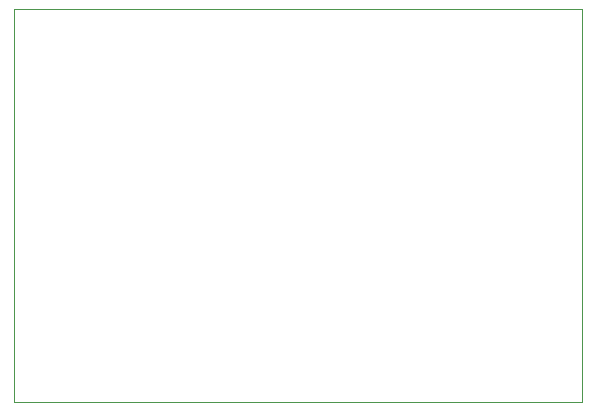
<source format=gtp>
G75*
G70*
%OFA0B0*%
%FSLAX24Y24*%
%IPPOS*%
%LPD*%
%AMOC8*
5,1,8,0,0,1.08239X$1,22.5*
%
%ADD10C,0.0000*%
D10*
X000100Y000100D02*
X000100Y013196D01*
X019020Y013196D01*
X019020Y000100D01*
X000100Y000100D01*
M02*

</source>
